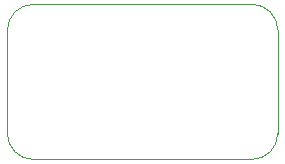
<source format=gm1>
G04 #@! TF.GenerationSoftware,KiCad,Pcbnew,7.0.9*
G04 #@! TF.CreationDate,2024-05-03T00:29:51-04:00*
G04 #@! TF.ProjectId,Nav Switch Mount,4e617620-5377-4697-9463-68204d6f756e,rev?*
G04 #@! TF.SameCoordinates,Original*
G04 #@! TF.FileFunction,Profile,NP*
%FSLAX46Y46*%
G04 Gerber Fmt 4.6, Leading zero omitted, Abs format (unit mm)*
G04 Created by KiCad (PCBNEW 7.0.9) date 2024-05-03 00:29:51*
%MOMM*%
%LPD*%
G01*
G04 APERTURE LIST*
G04 #@! TA.AperFunction,Profile*
%ADD10C,0.100000*%
G04 #@! TD*
G04 APERTURE END LIST*
D10*
X149805635Y-45355635D02*
X168300000Y-45355635D01*
X170500000Y-47555635D02*
X170500000Y-56300000D01*
X168300000Y-58500000D02*
G75*
G03*
X170500000Y-56300000I0J2200000D01*
G01*
X147605600Y-56300000D02*
G75*
G03*
X149805635Y-58500000I2200000J0D01*
G01*
X147605635Y-56300000D02*
X147605635Y-47555635D01*
X170499965Y-47555635D02*
G75*
G03*
X168300000Y-45355635I-2199965J35D01*
G01*
X168300000Y-58500000D02*
X149805635Y-58500000D01*
X149805635Y-45355635D02*
G75*
G03*
X147605635Y-47555635I-35J-2199965D01*
G01*
M02*

</source>
